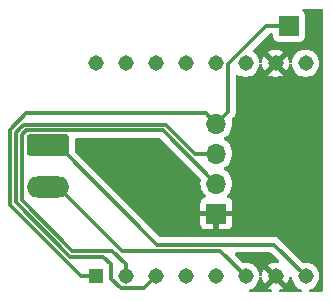
<source format=gbr>
%TF.GenerationSoftware,KiCad,Pcbnew,8.0.2*%
%TF.CreationDate,2025-01-19T23:34:00+01:00*%
%TF.ProjectId,DFPlayer_ADD_ON,4446506c-6179-4657-925f-4144445f4f4e,rev?*%
%TF.SameCoordinates,Original*%
%TF.FileFunction,Copper,L1,Top*%
%TF.FilePolarity,Positive*%
%FSLAX46Y46*%
G04 Gerber Fmt 4.6, Leading zero omitted, Abs format (unit mm)*
G04 Created by KiCad (PCBNEW 8.0.2) date 2025-01-19 23:34:00*
%MOMM*%
%LPD*%
G01*
G04 APERTURE LIST*
G04 Aperture macros list*
%AMRoundRect*
0 Rectangle with rounded corners*
0 $1 Rounding radius*
0 $2 $3 $4 $5 $6 $7 $8 $9 X,Y pos of 4 corners*
0 Add a 4 corners polygon primitive as box body*
4,1,4,$2,$3,$4,$5,$6,$7,$8,$9,$2,$3,0*
0 Add four circle primitives for the rounded corners*
1,1,$1+$1,$2,$3*
1,1,$1+$1,$4,$5*
1,1,$1+$1,$6,$7*
1,1,$1+$1,$8,$9*
0 Add four rect primitives between the rounded corners*
20,1,$1+$1,$2,$3,$4,$5,0*
20,1,$1+$1,$4,$5,$6,$7,0*
20,1,$1+$1,$6,$7,$8,$9,0*
20,1,$1+$1,$8,$9,$2,$3,0*%
G04 Aperture macros list end*
%TA.AperFunction,ComponentPad*%
%ADD10RoundRect,0.250000X-1.550000X0.650000X-1.550000X-0.650000X1.550000X-0.650000X1.550000X0.650000X0*%
%TD*%
%TA.AperFunction,ComponentPad*%
%ADD11O,3.600000X1.800000*%
%TD*%
%TA.AperFunction,ComponentPad*%
%ADD12R,1.308000X1.308000*%
%TD*%
%TA.AperFunction,ComponentPad*%
%ADD13C,1.308000*%
%TD*%
%TA.AperFunction,ComponentPad*%
%ADD14R,1.700000X1.700000*%
%TD*%
%TA.AperFunction,ComponentPad*%
%ADD15O,1.700000X1.700000*%
%TD*%
%TA.AperFunction,ViaPad*%
%ADD16C,0.600000*%
%TD*%
%TA.AperFunction,Conductor*%
%ADD17C,0.300000*%
%TD*%
G04 APERTURE END LIST*
D10*
%TO.P,J3,1,Pin_1*%
%TO.N,/SPK1*%
X126717500Y-86570000D03*
D11*
%TO.P,J3,2,Pin_2*%
%TO.N,/SPK2*%
X126717500Y-90070000D03*
%TD*%
D12*
%TO.P,U1,1,VCC*%
%TO.N,+5V*%
X130770000Y-97663000D03*
D13*
%TO.P,U1,2,Rx*%
%TO.N,/Rx*%
X133310000Y-97663000D03*
%TO.P,U1,3,Tx*%
%TO.N,/Tx*%
X135850000Y-97663000D03*
%TO.P,U1,4,DAC_R*%
%TO.N,unconnected-(U1-DAC_R-Pad4)*%
X138390000Y-97663000D03*
%TO.P,U1,5,DAC_L*%
%TO.N,unconnected-(U1-DAC_L-Pad5)*%
X140930000Y-97663000D03*
%TO.P,U1,6,SPK_1*%
%TO.N,/SPK2*%
X143470000Y-97663000D03*
%TO.P,U1,7,GND*%
%TO.N,GND*%
X146010000Y-97663000D03*
%TO.P,U1,8,SPK_2*%
%TO.N,/SPK1*%
X148550000Y-97663000D03*
%TO.P,U1,9,IO_1*%
%TO.N,unconnected-(U1-IO_1-Pad9)*%
X148550000Y-79629000D03*
%TO.P,U1,10,GND*%
%TO.N,GND*%
X146010000Y-79629000D03*
%TO.P,U1,11,IO_2*%
%TO.N,unconnected-(U1-IO_2-Pad11)*%
X143470000Y-79629000D03*
%TO.P,U1,12,ADKEY_1*%
%TO.N,unconnected-(U1-ADKEY_1-Pad12)*%
X140930000Y-79629000D03*
%TO.P,U1,13,ADKEY_2*%
%TO.N,unconnected-(U1-ADKEY_2-Pad13)*%
X138390000Y-79629000D03*
%TO.P,U1,14,USB+*%
%TO.N,unconnected-(U1-USB+-Pad14)*%
X135850000Y-79629000D03*
%TO.P,U1,15,USB-*%
%TO.N,unconnected-(U1-USB--Pad15)*%
X133310000Y-79629000D03*
%TO.P,U1,16,BUSY*%
%TO.N,unconnected-(U1-BUSY-Pad16)*%
X130770000Y-79629000D03*
%TD*%
D14*
%TO.P,J2,1,Pin_1*%
%TO.N,GND*%
X141000000Y-92350000D03*
D15*
%TO.P,J2,2,Pin_2*%
%TO.N,/Rx*%
X141000000Y-89810000D03*
%TO.P,J2,3,Pin_3*%
%TO.N,/Tx*%
X141000000Y-87270000D03*
%TO.P,J2,4,Pin_4*%
%TO.N,+5V*%
X141000000Y-84730000D03*
%TD*%
D14*
%TO.P,J1,1,Pin_1*%
%TO.N,+5V*%
X147153000Y-76454000D03*
%TD*%
D16*
%TO.N,GND*%
X144018000Y-82550000D03*
X148717000Y-94488000D03*
X148082000Y-82423000D03*
X130429000Y-86868000D03*
X149225000Y-76708000D03*
X137541000Y-93218000D03*
X144399000Y-96139000D03*
X148209000Y-90043000D03*
%TD*%
D17*
%TO.N,/SPK2*%
X143470000Y-97663000D02*
X141307000Y-95500000D01*
X133000000Y-95500000D02*
X127570000Y-90070000D01*
X127570000Y-90070000D02*
X126717500Y-90070000D01*
X141307000Y-95500000D02*
X133000000Y-95500000D01*
%TO.N,+5V*%
X141986000Y-79693129D02*
X141986000Y-83744000D01*
X145225129Y-76454000D02*
X141986000Y-79693129D01*
X141000000Y-84730000D02*
X140150000Y-83880000D01*
X147153000Y-76454000D02*
X145225129Y-76454000D01*
X140150000Y-83880000D02*
X124908000Y-83880000D01*
X123500000Y-91623000D02*
X129540000Y-97663000D01*
X129540000Y-97663000D02*
X130770000Y-97663000D01*
X124908000Y-83880000D02*
X123500000Y-85288000D01*
X141986000Y-83744000D02*
X141000000Y-84730000D01*
X123500000Y-85288000D02*
X123500000Y-91623000D01*
%TO.N,/Rx*%
X133310000Y-96607000D02*
X133310000Y-97663000D01*
X124912044Y-85320000D02*
X124500000Y-85732044D01*
X124500000Y-85732044D02*
X124500000Y-91208788D01*
X124500000Y-91208788D02*
X128791212Y-95500000D01*
X136510000Y-85320000D02*
X124912044Y-85320000D01*
X141000000Y-89810000D02*
X136510000Y-85320000D01*
X128791212Y-95500000D02*
X132203000Y-95500000D01*
X132203000Y-95500000D02*
X133310000Y-96607000D01*
%TO.N,/Tx*%
X124000000Y-91415894D02*
X124000000Y-85524938D01*
X124704937Y-84820000D02*
X136717106Y-84820000D01*
X132080000Y-97852871D02*
X132080000Y-96647000D01*
X134846000Y-98667000D02*
X132894129Y-98667000D01*
X135850000Y-97663000D02*
X134846000Y-98667000D01*
X136717106Y-84820000D02*
X139167106Y-87270000D01*
X139167106Y-87270000D02*
X141000000Y-87270000D01*
X131433000Y-96000000D02*
X128584106Y-96000000D01*
X132894129Y-98667000D02*
X132080000Y-97852871D01*
X132080000Y-96647000D02*
X131433000Y-96000000D01*
X124000000Y-85524938D02*
X124412044Y-85112893D01*
X124412044Y-85112893D02*
X124704937Y-84820000D01*
X128584106Y-96000000D02*
X124000000Y-91415894D01*
%TO.N,/SPK1*%
X126717500Y-86570000D02*
X127570000Y-86570000D01*
X127570000Y-86570000D02*
X136000000Y-95000000D01*
X136000000Y-95000000D02*
X145887000Y-95000000D01*
X145887000Y-95000000D02*
X148550000Y-97663000D01*
%TD*%
%TA.AperFunction,Conductor*%
%TO.N,GND*%
G36*
X144829752Y-97725307D02*
G01*
X144861943Y-97787320D01*
X144863721Y-97799687D01*
X144870788Y-97875954D01*
X144870789Y-97875956D01*
X144929315Y-98081654D01*
X144929321Y-98081669D01*
X145024642Y-98273099D01*
X145024647Y-98273107D01*
X145033980Y-98285465D01*
X145610000Y-97709445D01*
X145610000Y-97715661D01*
X145637259Y-97817394D01*
X145689920Y-97908606D01*
X145764394Y-97983080D01*
X145855606Y-98035741D01*
X145957339Y-98063000D01*
X145963553Y-98063000D01*
X145390086Y-98636465D01*
X145493413Y-98700443D01*
X145493414Y-98700444D01*
X145646818Y-98759873D01*
X145702219Y-98802446D01*
X145725810Y-98868213D01*
X145710099Y-98936293D01*
X145660075Y-98985072D01*
X145602024Y-98999500D01*
X143879358Y-98999500D01*
X143812319Y-98979815D01*
X143766564Y-98927011D01*
X143756620Y-98857853D01*
X143785645Y-98794297D01*
X143834562Y-98759874D01*
X143986810Y-98700893D01*
X144168722Y-98588258D01*
X144326841Y-98444114D01*
X144455781Y-98273370D01*
X144551151Y-98081840D01*
X144551151Y-98081837D01*
X144551153Y-98081835D01*
X144609703Y-97876050D01*
X144609704Y-97876048D01*
X144616780Y-97799686D01*
X144642564Y-97734751D01*
X144699364Y-97694063D01*
X144769145Y-97690543D01*
X144829752Y-97725307D01*
G37*
%TD.AperFunction*%
%TA.AperFunction,Conductor*%
G36*
X147369252Y-97725308D02*
G01*
X147401442Y-97787321D01*
X147403220Y-97799687D01*
X147410296Y-97876048D01*
X147410296Y-97876050D01*
X147468846Y-98081835D01*
X147468849Y-98081840D01*
X147564219Y-98273370D01*
X147693159Y-98444114D01*
X147851278Y-98588258D01*
X147851283Y-98588261D01*
X147851286Y-98588263D01*
X148033186Y-98700891D01*
X148033187Y-98700891D01*
X148033190Y-98700893D01*
X148185437Y-98759874D01*
X148240837Y-98802446D01*
X148264428Y-98868213D01*
X148248717Y-98936293D01*
X148198693Y-98985072D01*
X148140642Y-98999500D01*
X146417976Y-98999500D01*
X146350937Y-98979815D01*
X146305182Y-98927011D01*
X146295238Y-98857853D01*
X146324263Y-98794297D01*
X146373182Y-98759873D01*
X146526585Y-98700444D01*
X146526589Y-98700442D01*
X146629911Y-98636466D01*
X146629911Y-98636465D01*
X146056448Y-98063000D01*
X146062661Y-98063000D01*
X146164394Y-98035741D01*
X146255606Y-97983080D01*
X146330080Y-97908606D01*
X146382741Y-97817394D01*
X146410000Y-97715661D01*
X146410000Y-97709446D01*
X146986018Y-98285464D01*
X146986019Y-98285464D01*
X146995352Y-98273107D01*
X146995355Y-98273102D01*
X147090678Y-98081669D01*
X147090684Y-98081654D01*
X147149210Y-97875956D01*
X147149211Y-97875954D01*
X147156278Y-97799688D01*
X147182064Y-97734751D01*
X147238864Y-97694063D01*
X147308645Y-97690543D01*
X147369252Y-97725308D01*
G37*
%TD.AperFunction*%
%TA.AperFunction,Conductor*%
G36*
X149942539Y-75020185D02*
G01*
X149988294Y-75072989D01*
X149999500Y-75124500D01*
X149999500Y-98875500D01*
X149979815Y-98942539D01*
X149927011Y-98988294D01*
X149875500Y-98999500D01*
X148959358Y-98999500D01*
X148892319Y-98979815D01*
X148846564Y-98927011D01*
X148836620Y-98857853D01*
X148865645Y-98794297D01*
X148914562Y-98759874D01*
X149066810Y-98700893D01*
X149248722Y-98588258D01*
X149406841Y-98444114D01*
X149535781Y-98273370D01*
X149631151Y-98081840D01*
X149631151Y-98081837D01*
X149631153Y-98081835D01*
X149689703Y-97876050D01*
X149689704Y-97876047D01*
X149689713Y-97875956D01*
X149709446Y-97663000D01*
X149689704Y-97449952D01*
X149649727Y-97309447D01*
X149631153Y-97244164D01*
X149631150Y-97244158D01*
X149535781Y-97052630D01*
X149406841Y-96881886D01*
X149248722Y-96737742D01*
X149248716Y-96737738D01*
X149248713Y-96737736D01*
X149066813Y-96625108D01*
X149066807Y-96625106D01*
X148867297Y-96547815D01*
X148656980Y-96508500D01*
X148443020Y-96508500D01*
X148443014Y-96508500D01*
X148399781Y-96516581D01*
X148330266Y-96509548D01*
X148289319Y-96482373D01*
X146301674Y-94494727D01*
X146301673Y-94494726D01*
X146301669Y-94494723D01*
X146195127Y-94423535D01*
X146076744Y-94374499D01*
X146076738Y-94374497D01*
X145951071Y-94349500D01*
X145951069Y-94349500D01*
X136320808Y-94349500D01*
X136253769Y-94329815D01*
X136233127Y-94313181D01*
X129054318Y-87134372D01*
X129020833Y-87073049D01*
X129017999Y-87046691D01*
X129017999Y-86094500D01*
X129037684Y-86027461D01*
X129090488Y-85981706D01*
X129141999Y-85970500D01*
X136189192Y-85970500D01*
X136256231Y-85990185D01*
X136276873Y-86006819D01*
X139652290Y-89382236D01*
X139685775Y-89443559D01*
X139684384Y-89502008D01*
X139664937Y-89574589D01*
X139664937Y-89574590D01*
X139644341Y-89809999D01*
X139644341Y-89810000D01*
X139664936Y-90045403D01*
X139664938Y-90045413D01*
X139726094Y-90273655D01*
X139726096Y-90273659D01*
X139726097Y-90273663D01*
X139825965Y-90487830D01*
X139825967Y-90487834D01*
X139845242Y-90515361D01*
X139961501Y-90681396D01*
X139961506Y-90681402D01*
X140083818Y-90803714D01*
X140117303Y-90865037D01*
X140112319Y-90934729D01*
X140070447Y-90990662D01*
X140039471Y-91007577D01*
X139907912Y-91056646D01*
X139907906Y-91056649D01*
X139792812Y-91142809D01*
X139792809Y-91142812D01*
X139706649Y-91257906D01*
X139706645Y-91257913D01*
X139656403Y-91392620D01*
X139656401Y-91392627D01*
X139650000Y-91452155D01*
X139650000Y-92100000D01*
X140566988Y-92100000D01*
X140534075Y-92157007D01*
X140500000Y-92284174D01*
X140500000Y-92415826D01*
X140534075Y-92542993D01*
X140566988Y-92600000D01*
X139650000Y-92600000D01*
X139650000Y-93247844D01*
X139656401Y-93307372D01*
X139656403Y-93307379D01*
X139706645Y-93442086D01*
X139706649Y-93442093D01*
X139792809Y-93557187D01*
X139792812Y-93557190D01*
X139907906Y-93643350D01*
X139907913Y-93643354D01*
X140042620Y-93693596D01*
X140042627Y-93693598D01*
X140102155Y-93699999D01*
X140102172Y-93700000D01*
X140750000Y-93700000D01*
X140750000Y-92783012D01*
X140807007Y-92815925D01*
X140934174Y-92850000D01*
X141065826Y-92850000D01*
X141192993Y-92815925D01*
X141250000Y-92783012D01*
X141250000Y-93700000D01*
X141897828Y-93700000D01*
X141897844Y-93699999D01*
X141957372Y-93693598D01*
X141957379Y-93693596D01*
X142092086Y-93643354D01*
X142092093Y-93643350D01*
X142207187Y-93557190D01*
X142207190Y-93557187D01*
X142293350Y-93442093D01*
X142293354Y-93442086D01*
X142343596Y-93307379D01*
X142343598Y-93307372D01*
X142349999Y-93247844D01*
X142350000Y-93247827D01*
X142350000Y-92600000D01*
X141433012Y-92600000D01*
X141465925Y-92542993D01*
X141500000Y-92415826D01*
X141500000Y-92284174D01*
X141465925Y-92157007D01*
X141433012Y-92100000D01*
X142350000Y-92100000D01*
X142350000Y-91452172D01*
X142349999Y-91452155D01*
X142343598Y-91392627D01*
X142343596Y-91392620D01*
X142293354Y-91257913D01*
X142293350Y-91257906D01*
X142207190Y-91142812D01*
X142207187Y-91142809D01*
X142092093Y-91056649D01*
X142092088Y-91056646D01*
X141960528Y-91007577D01*
X141904595Y-90965705D01*
X141880178Y-90900241D01*
X141895030Y-90831968D01*
X141916175Y-90803720D01*
X142038495Y-90681401D01*
X142174035Y-90487830D01*
X142273903Y-90273663D01*
X142335063Y-90045408D01*
X142355659Y-89810000D01*
X142335063Y-89574592D01*
X142273903Y-89346337D01*
X142174035Y-89132171D01*
X142082720Y-89001758D01*
X142038494Y-88938597D01*
X141871402Y-88771506D01*
X141871396Y-88771501D01*
X141685842Y-88641575D01*
X141642217Y-88586998D01*
X141635023Y-88517500D01*
X141666546Y-88455145D01*
X141685842Y-88438425D01*
X141708026Y-88422891D01*
X141871401Y-88308495D01*
X142038495Y-88141401D01*
X142174035Y-87947830D01*
X142273903Y-87733663D01*
X142335063Y-87505408D01*
X142355659Y-87270000D01*
X142335063Y-87034592D01*
X142273903Y-86806337D01*
X142174035Y-86592171D01*
X142167741Y-86583181D01*
X142038494Y-86398597D01*
X141871402Y-86231506D01*
X141871396Y-86231501D01*
X141685842Y-86101575D01*
X141642217Y-86046998D01*
X141635023Y-85977500D01*
X141666546Y-85915145D01*
X141685842Y-85898425D01*
X141708026Y-85882891D01*
X141871401Y-85768495D01*
X142038495Y-85601401D01*
X142174035Y-85407830D01*
X142273903Y-85193663D01*
X142335063Y-84965408D01*
X142355659Y-84730000D01*
X142335063Y-84494592D01*
X142315614Y-84422007D01*
X142317277Y-84352162D01*
X142347707Y-84302238D01*
X142491277Y-84158669D01*
X142562466Y-84052126D01*
X142611501Y-83933743D01*
X142636500Y-83808069D01*
X142636500Y-83679931D01*
X142636500Y-80693429D01*
X142656185Y-80626390D01*
X142708989Y-80580635D01*
X142778147Y-80570691D01*
X142825774Y-80588000D01*
X142953190Y-80666893D01*
X143152703Y-80744185D01*
X143363020Y-80783500D01*
X143363022Y-80783500D01*
X143576978Y-80783500D01*
X143576980Y-80783500D01*
X143787297Y-80744185D01*
X143986810Y-80666893D01*
X144168722Y-80554258D01*
X144326841Y-80410114D01*
X144455781Y-80239370D01*
X144551151Y-80047840D01*
X144551151Y-80047837D01*
X144551153Y-80047835D01*
X144609703Y-79842050D01*
X144609704Y-79842048D01*
X144616780Y-79765686D01*
X144642564Y-79700751D01*
X144699364Y-79660063D01*
X144769145Y-79656543D01*
X144829752Y-79691307D01*
X144861943Y-79753320D01*
X144863721Y-79765687D01*
X144870788Y-79841954D01*
X144870789Y-79841956D01*
X144929315Y-80047654D01*
X144929321Y-80047669D01*
X145024642Y-80239099D01*
X145024647Y-80239107D01*
X145033980Y-80251465D01*
X145610000Y-79675445D01*
X145610000Y-79681661D01*
X145637259Y-79783394D01*
X145689920Y-79874606D01*
X145764394Y-79949080D01*
X145855606Y-80001741D01*
X145957339Y-80029000D01*
X145963553Y-80029000D01*
X145390086Y-80602465D01*
X145493413Y-80666443D01*
X145493414Y-80666444D01*
X145692837Y-80743700D01*
X145903068Y-80783000D01*
X146116932Y-80783000D01*
X146327162Y-80743700D01*
X146526585Y-80666444D01*
X146526589Y-80666442D01*
X146629911Y-80602466D01*
X146629911Y-80602465D01*
X146056448Y-80029000D01*
X146062661Y-80029000D01*
X146164394Y-80001741D01*
X146255606Y-79949080D01*
X146330080Y-79874606D01*
X146382741Y-79783394D01*
X146410000Y-79681661D01*
X146410000Y-79675446D01*
X146986018Y-80251464D01*
X146986019Y-80251464D01*
X146995352Y-80239107D01*
X146995355Y-80239102D01*
X147090678Y-80047669D01*
X147090684Y-80047654D01*
X147149210Y-79841956D01*
X147149211Y-79841954D01*
X147156278Y-79765688D01*
X147182064Y-79700751D01*
X147238864Y-79660063D01*
X147308645Y-79656543D01*
X147369252Y-79691308D01*
X147401442Y-79753321D01*
X147403220Y-79765687D01*
X147410296Y-79842048D01*
X147410296Y-79842050D01*
X147468846Y-80047835D01*
X147468849Y-80047840D01*
X147564219Y-80239370D01*
X147693159Y-80410114D01*
X147851278Y-80554258D01*
X147851283Y-80554261D01*
X147851286Y-80554263D01*
X148033186Y-80666891D01*
X148033187Y-80666891D01*
X148033190Y-80666893D01*
X148232703Y-80744185D01*
X148443020Y-80783500D01*
X148443022Y-80783500D01*
X148656978Y-80783500D01*
X148656980Y-80783500D01*
X148867297Y-80744185D01*
X149066810Y-80666893D01*
X149248722Y-80554258D01*
X149406841Y-80410114D01*
X149535781Y-80239370D01*
X149631151Y-80047840D01*
X149631151Y-80047837D01*
X149631153Y-80047835D01*
X149689703Y-79842050D01*
X149689704Y-79842047D01*
X149689713Y-79841956D01*
X149709446Y-79629000D01*
X149706567Y-79597936D01*
X149689704Y-79415952D01*
X149689703Y-79415949D01*
X149631153Y-79210164D01*
X149631150Y-79210158D01*
X149535781Y-79018630D01*
X149406841Y-78847886D01*
X149248722Y-78703742D01*
X149248714Y-78703737D01*
X149248713Y-78703736D01*
X149066813Y-78591108D01*
X149066807Y-78591106D01*
X148867297Y-78513815D01*
X148656980Y-78474500D01*
X148443020Y-78474500D01*
X148232703Y-78513815D01*
X148111945Y-78560597D01*
X148033192Y-78591106D01*
X148033186Y-78591108D01*
X147851286Y-78703736D01*
X147851283Y-78703738D01*
X147851279Y-78703740D01*
X147851278Y-78703742D01*
X147719893Y-78823515D01*
X147693158Y-78847887D01*
X147564219Y-79018629D01*
X147468849Y-79210158D01*
X147468846Y-79210164D01*
X147410296Y-79415949D01*
X147410296Y-79415952D01*
X147403220Y-79492312D01*
X147377434Y-79557249D01*
X147320633Y-79597936D01*
X147250852Y-79601456D01*
X147190246Y-79566690D01*
X147158056Y-79504678D01*
X147156278Y-79492311D01*
X147149211Y-79416045D01*
X147149210Y-79416043D01*
X147090684Y-79210345D01*
X147090678Y-79210330D01*
X146995357Y-79018901D01*
X146995355Y-79018898D01*
X146986018Y-79006534D01*
X146410000Y-79582552D01*
X146410000Y-79576339D01*
X146382741Y-79474606D01*
X146330080Y-79383394D01*
X146255606Y-79308920D01*
X146164394Y-79256259D01*
X146062661Y-79229000D01*
X146056447Y-79229000D01*
X146629912Y-78655533D01*
X146526586Y-78591556D01*
X146526585Y-78591555D01*
X146327162Y-78514299D01*
X146116932Y-78475000D01*
X145903068Y-78475000D01*
X145692837Y-78514299D01*
X145493416Y-78591554D01*
X145493410Y-78591557D01*
X145390087Y-78655532D01*
X145390086Y-78655533D01*
X145963554Y-79229000D01*
X145957339Y-79229000D01*
X145855606Y-79256259D01*
X145764394Y-79308920D01*
X145689920Y-79383394D01*
X145637259Y-79474606D01*
X145610000Y-79576339D01*
X145610000Y-79582553D01*
X145033980Y-79006533D01*
X145024646Y-79018893D01*
X144929321Y-79210330D01*
X144929315Y-79210345D01*
X144870789Y-79416043D01*
X144870789Y-79416044D01*
X144863721Y-79492313D01*
X144837934Y-79557250D01*
X144781133Y-79597937D01*
X144711352Y-79601456D01*
X144650746Y-79566690D01*
X144618557Y-79504677D01*
X144616780Y-79492323D01*
X144609704Y-79415952D01*
X144569727Y-79275446D01*
X144551153Y-79210164D01*
X144551150Y-79210158D01*
X144455781Y-79018630D01*
X144326841Y-78847886D01*
X144168722Y-78703742D01*
X144168712Y-78703736D01*
X144132974Y-78681607D01*
X144086339Y-78629579D01*
X144075236Y-78560597D01*
X144103190Y-78496563D01*
X144110560Y-78488512D01*
X145458255Y-77140819D01*
X145519578Y-77107334D01*
X145545936Y-77104500D01*
X145678501Y-77104500D01*
X145745540Y-77124185D01*
X145791295Y-77176989D01*
X145802501Y-77228500D01*
X145802501Y-77351876D01*
X145808908Y-77411483D01*
X145859202Y-77546328D01*
X145859206Y-77546335D01*
X145945452Y-77661544D01*
X145945455Y-77661547D01*
X146060664Y-77747793D01*
X146060671Y-77747797D01*
X146195517Y-77798091D01*
X146195516Y-77798091D01*
X146202444Y-77798835D01*
X146255127Y-77804500D01*
X148050872Y-77804499D01*
X148110483Y-77798091D01*
X148245331Y-77747796D01*
X148360546Y-77661546D01*
X148446796Y-77546331D01*
X148497091Y-77411483D01*
X148503500Y-77351873D01*
X148503499Y-75556128D01*
X148497091Y-75496517D01*
X148446796Y-75361669D01*
X148446795Y-75361668D01*
X148446793Y-75361664D01*
X148360548Y-75246456D01*
X148360546Y-75246455D01*
X148360546Y-75246454D01*
X148330237Y-75223765D01*
X148288368Y-75167833D01*
X148283384Y-75098141D01*
X148316869Y-75036818D01*
X148378192Y-75003334D01*
X148404550Y-75000500D01*
X149875500Y-75000500D01*
X149942539Y-75020185D01*
G37*
%TD.AperFunction*%
%TA.AperFunction,Conductor*%
G36*
X145633231Y-95670185D02*
G01*
X145653873Y-95686819D01*
X146275470Y-96308416D01*
X146308955Y-96369739D01*
X146303971Y-96439431D01*
X146262099Y-96495364D01*
X146196635Y-96519781D01*
X146165005Y-96517986D01*
X146116933Y-96509000D01*
X145903068Y-96509000D01*
X145692837Y-96548299D01*
X145493416Y-96625554D01*
X145493410Y-96625557D01*
X145390087Y-96689532D01*
X145390086Y-96689533D01*
X145963553Y-97263000D01*
X145957339Y-97263000D01*
X145855606Y-97290259D01*
X145764394Y-97342920D01*
X145689920Y-97417394D01*
X145637259Y-97508606D01*
X145610000Y-97610339D01*
X145610000Y-97616553D01*
X145033980Y-97040533D01*
X145024646Y-97052893D01*
X144929321Y-97244330D01*
X144929315Y-97244345D01*
X144870789Y-97450043D01*
X144870789Y-97450044D01*
X144863721Y-97526313D01*
X144837934Y-97591250D01*
X144781133Y-97631937D01*
X144711352Y-97635456D01*
X144650746Y-97600690D01*
X144618557Y-97538677D01*
X144616780Y-97526323D01*
X144609704Y-97449952D01*
X144569727Y-97309447D01*
X144551153Y-97244164D01*
X144551150Y-97244158D01*
X144455781Y-97052630D01*
X144326841Y-96881886D01*
X144168722Y-96737742D01*
X144168716Y-96737738D01*
X144168713Y-96737736D01*
X143986813Y-96625108D01*
X143986807Y-96625106D01*
X143787297Y-96547815D01*
X143576980Y-96508500D01*
X143363020Y-96508500D01*
X143363014Y-96508500D01*
X143319781Y-96516581D01*
X143250266Y-96509548D01*
X143209319Y-96482373D01*
X142589127Y-95862181D01*
X142555642Y-95800858D01*
X142560626Y-95731166D01*
X142602498Y-95675233D01*
X142667962Y-95650816D01*
X142676808Y-95650500D01*
X145566192Y-95650500D01*
X145633231Y-95670185D01*
G37*
%TD.AperFunction*%
%TD*%
M02*

</source>
